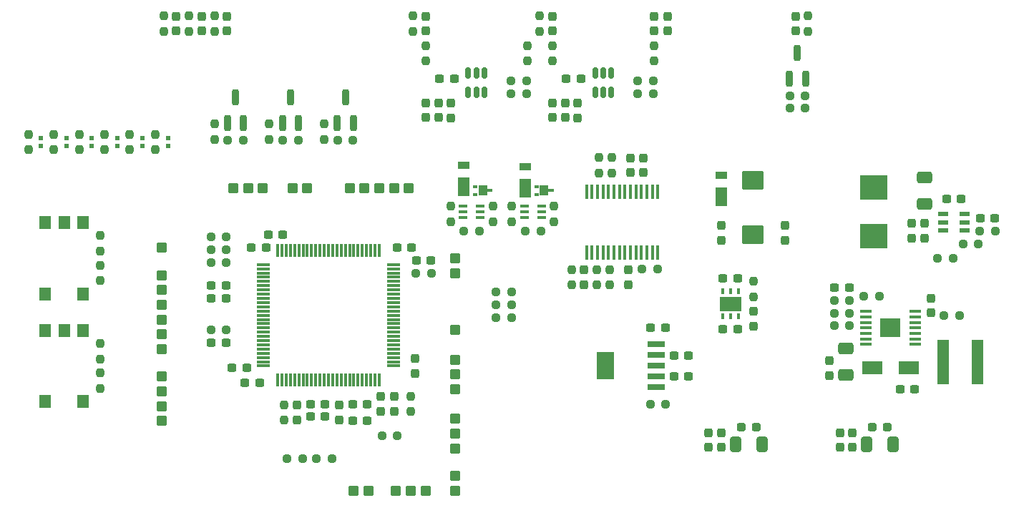
<source format=gtp>
G04 #@! TF.GenerationSoftware,KiCad,Pcbnew,8.0.4*
G04 #@! TF.CreationDate,2024-08-23T16:04:33+02:00*
G04 #@! TF.ProjectId,MCU Powerboard,4d435520-506f-4776-9572-626f6172642e,rev?*
G04 #@! TF.SameCoordinates,Original*
G04 #@! TF.FileFunction,Paste,Top*
G04 #@! TF.FilePolarity,Positive*
%FSLAX46Y46*%
G04 Gerber Fmt 4.6, Leading zero omitted, Abs format (unit mm)*
G04 Created by KiCad (PCBNEW 8.0.4) date 2024-08-23 16:04:33*
%MOMM*%
%LPD*%
G01*
G04 APERTURE LIST*
G04 Aperture macros list*
%AMRoundRect*
0 Rectangle with rounded corners*
0 $1 Rounding radius*
0 $2 $3 $4 $5 $6 $7 $8 $9 X,Y pos of 4 corners*
0 Add a 4 corners polygon primitive as box body*
4,1,4,$2,$3,$4,$5,$6,$7,$8,$9,$2,$3,0*
0 Add four circle primitives for the rounded corners*
1,1,$1+$1,$2,$3*
1,1,$1+$1,$4,$5*
1,1,$1+$1,$6,$7*
1,1,$1+$1,$8,$9*
0 Add four rect primitives between the rounded corners*
20,1,$1+$1,$2,$3,$4,$5,0*
20,1,$1+$1,$4,$5,$6,$7,0*
20,1,$1+$1,$6,$7,$8,$9,0*
20,1,$1+$1,$8,$9,$2,$3,0*%
G04 Aperture macros list end*
%ADD10RoundRect,0.237500X0.300000X0.237500X-0.300000X0.237500X-0.300000X-0.237500X0.300000X-0.237500X0*%
%ADD11R,1.395000X1.600000*%
%ADD12R,1.400000X1.600000*%
%ADD13RoundRect,0.237500X-0.237500X0.250000X-0.237500X-0.250000X0.237500X-0.250000X0.237500X0.250000X0*%
%ADD14RoundRect,0.237500X0.237500X-0.287500X0.237500X0.287500X-0.237500X0.287500X-0.237500X-0.287500X0*%
%ADD15RoundRect,0.250000X-0.650000X0.412500X-0.650000X-0.412500X0.650000X-0.412500X0.650000X0.412500X0*%
%ADD16RoundRect,0.237500X-0.237500X0.300000X-0.237500X-0.300000X0.237500X-0.300000X0.237500X0.300000X0*%
%ADD17RoundRect,0.237500X0.237500X-0.250000X0.237500X0.250000X-0.237500X0.250000X-0.237500X-0.250000X0*%
%ADD18R,0.500000X0.310000*%
%ADD19R,0.650000X0.310000*%
%ADD20R,1.000000X1.300000*%
%ADD21RoundRect,0.237500X0.250000X0.237500X-0.250000X0.237500X-0.250000X-0.237500X0.250000X-0.237500X0*%
%ADD22RoundRect,0.237500X-0.250000X-0.237500X0.250000X-0.237500X0.250000X0.237500X-0.250000X0.237500X0*%
%ADD23RoundRect,0.312500X-0.312500X0.312500X-0.312500X-0.312500X0.312500X-0.312500X0.312500X0.312500X0*%
%ADD24RoundRect,0.312500X0.312500X0.312500X-0.312500X0.312500X-0.312500X-0.312500X0.312500X-0.312500X0*%
%ADD25RoundRect,0.150000X-0.150000X0.512500X-0.150000X-0.512500X0.150000X-0.512500X0.150000X0.512500X0*%
%ADD26RoundRect,0.312500X0.312500X-0.312500X0.312500X0.312500X-0.312500X0.312500X-0.312500X-0.312500X0*%
%ADD27R,1.400000X2.200000*%
%ADD28R,1.400000X0.900000*%
%ADD29R,1.000000X0.400000*%
%ADD30RoundRect,0.312500X-0.312500X-0.312500X0.312500X-0.312500X0.312500X0.312500X-0.312500X0.312500X0*%
%ADD31RoundRect,0.237500X-0.300000X-0.237500X0.300000X-0.237500X0.300000X0.237500X-0.300000X0.237500X0*%
%ADD32RoundRect,0.237500X-0.237500X0.287500X-0.237500X-0.287500X0.237500X-0.287500X0.237500X0.287500X0*%
%ADD33R,0.500000X0.550000*%
%ADD34R,1.250000X0.600000*%
%ADD35RoundRect,0.250000X0.412500X0.650000X-0.412500X0.650000X-0.412500X-0.650000X0.412500X-0.650000X0*%
%ADD36R,3.200000X2.850000*%
%ADD37RoundRect,0.250000X1.025000X-0.875000X1.025000X0.875000X-1.025000X0.875000X-1.025000X-0.875000X0*%
%ADD38R,1.475000X0.450000*%
%ADD39R,2.460000X2.310000*%
%ADD40RoundRect,0.200000X0.200000X-0.750000X0.200000X0.750000X-0.200000X0.750000X-0.200000X-0.750000X0*%
%ADD41RoundRect,0.237500X-0.287500X-0.237500X0.287500X-0.237500X0.287500X0.237500X-0.287500X0.237500X0*%
%ADD42R,2.000000X0.650000*%
%ADD43R,2.000000X3.200000*%
%ADD44RoundRect,0.237500X0.237500X-0.300000X0.237500X0.300000X-0.237500X0.300000X-0.237500X-0.300000X0*%
%ADD45RoundRect,0.075000X0.075000X-0.725000X0.075000X0.725000X-0.075000X0.725000X-0.075000X-0.725000X0*%
%ADD46RoundRect,0.075000X0.725000X-0.075000X0.725000X0.075000X-0.725000X0.075000X-0.725000X-0.075000X0*%
%ADD47R,1.430000X5.330000*%
%ADD48R,2.350000X1.550000*%
%ADD49R,0.450000X1.750000*%
%ADD50R,0.400000X0.800000*%
%ADD51R,2.500000X1.750000*%
G04 APERTURE END LIST*
D10*
X209862500Y-90750000D03*
X208137500Y-90750000D03*
D11*
X97502000Y-99705000D03*
X97502000Y-91295000D03*
X101998000Y-99705000D03*
X101998000Y-91295000D03*
D12*
X99750000Y-91295000D03*
D13*
X164500000Y-83587500D03*
X164500000Y-85412500D03*
D10*
X122862500Y-110250000D03*
X121137500Y-110250000D03*
D14*
X116000000Y-68625000D03*
X116000000Y-66875000D03*
D15*
X192250000Y-106187500D03*
X192250000Y-109312500D03*
D16*
X137223000Y-111887500D03*
X137223000Y-113612500D03*
D17*
X95500000Y-82662500D03*
X95500000Y-80837500D03*
D18*
X155600000Y-87000000D03*
X155600000Y-88000000D03*
D19*
X157325000Y-87500000D03*
D20*
X156500000Y-87500000D03*
D21*
X156106250Y-92250000D03*
X154281250Y-92250000D03*
D16*
X176000000Y-116137500D03*
X176000000Y-117862500D03*
D22*
X203087500Y-95500000D03*
X204912500Y-95500000D03*
D23*
X146000000Y-95500000D03*
D13*
X181293750Y-98243750D03*
X181293750Y-100068750D03*
D24*
X123250000Y-87250000D03*
D25*
X164450000Y-73612500D03*
X163500000Y-73612500D03*
X162550000Y-73612500D03*
X162550000Y-75887500D03*
X163500000Y-75887500D03*
X164450000Y-75887500D03*
D22*
X167587500Y-74500000D03*
X169412500Y-74500000D03*
D23*
X111250000Y-97500000D03*
D13*
X169500000Y-70337500D03*
X169500000Y-72162500D03*
D16*
X142500000Y-77137500D03*
X142500000Y-78862500D03*
D26*
X146000000Y-104000000D03*
D14*
X177500000Y-93375000D03*
X177500000Y-91625000D03*
D13*
X140750000Y-111837500D03*
X140750000Y-113662500D03*
D18*
X148350000Y-87000000D03*
X148350000Y-88000000D03*
D19*
X150075000Y-87500000D03*
D20*
X149250000Y-87500000D03*
D26*
X111250000Y-99250000D03*
D27*
X154250000Y-87200000D03*
D28*
X154250000Y-84650000D03*
D21*
X118912500Y-94480000D03*
X117087500Y-94480000D03*
D22*
X190837500Y-103500000D03*
X192662500Y-103500000D03*
D14*
X113000000Y-68625000D03*
X113000000Y-66875000D03*
D29*
X154193750Y-89350000D03*
X154193750Y-90000000D03*
X154193750Y-90650000D03*
X156193750Y-90650000D03*
X156193750Y-90000000D03*
X156193750Y-89350000D03*
D14*
X119000000Y-68625000D03*
X119000000Y-66875000D03*
D10*
X118862500Y-105500000D03*
X117137500Y-105500000D03*
D30*
X128500000Y-87250000D03*
D26*
X146000000Y-116250000D03*
D10*
X173612500Y-107000000D03*
X171887500Y-107000000D03*
D13*
X154500000Y-70337500D03*
X154500000Y-72162500D03*
D17*
X117500000Y-68662500D03*
X117500000Y-66837500D03*
D31*
X169137500Y-103750000D03*
X170862500Y-103750000D03*
D32*
X142520000Y-66875000D03*
X142520000Y-68625000D03*
D33*
X112000000Y-81275000D03*
X112000000Y-82225000D03*
D34*
X203750000Y-90300000D03*
X203750000Y-91250000D03*
X203750000Y-92200000D03*
X206250000Y-92200000D03*
X206250000Y-91250000D03*
X206250000Y-90300000D03*
D23*
X146000000Y-114500000D03*
D26*
X111250000Y-111250000D03*
D31*
X190887500Y-99000000D03*
X192612500Y-99000000D03*
D16*
X193000000Y-116137500D03*
X193000000Y-117862500D03*
X185000000Y-91637500D03*
X185000000Y-93362500D03*
D17*
X110500000Y-82662500D03*
X110500000Y-80837500D03*
D35*
X182312500Y-117500000D03*
X179187500Y-117500000D03*
D26*
X111250000Y-106250000D03*
D16*
X161250000Y-96887500D03*
X161250000Y-98612500D03*
D26*
X146000000Y-121250000D03*
D16*
X201500000Y-91387500D03*
X201500000Y-93112500D03*
D10*
X123612500Y-94250000D03*
X121887500Y-94250000D03*
D17*
X157693750Y-91162500D03*
X157693750Y-89337500D03*
X114500000Y-68662500D03*
X114500000Y-66837500D03*
D30*
X138750000Y-87250000D03*
D17*
X164250000Y-98662500D03*
X164250000Y-96837500D03*
D23*
X146000000Y-123000000D03*
D33*
X109000000Y-81275000D03*
X109000000Y-82225000D03*
D30*
X135250000Y-87250000D03*
D36*
X195500000Y-92850000D03*
X195500000Y-87150000D03*
D11*
X97501000Y-112455000D03*
X97501000Y-104045000D03*
X101997000Y-112455000D03*
X101997000Y-104045000D03*
D12*
X99749000Y-104045000D03*
D22*
X190837500Y-100500000D03*
X192662500Y-100500000D03*
D10*
X118862500Y-98750000D03*
X117137500Y-98750000D03*
D21*
X131412500Y-119250000D03*
X129587500Y-119250000D03*
D16*
X202274000Y-100224500D03*
X202274000Y-101949500D03*
D22*
X194337500Y-100000000D03*
X196162500Y-100000000D03*
D35*
X197812500Y-117500000D03*
X194687500Y-117500000D03*
D24*
X139000000Y-123000000D03*
D37*
X181250000Y-92700000D03*
X181250000Y-86300000D03*
D30*
X140750000Y-123000000D03*
D24*
X126750000Y-87250000D03*
D22*
X203837500Y-102250000D03*
X205662500Y-102250000D03*
D26*
X111250000Y-102750000D03*
D38*
X200438000Y-105700000D03*
X200438000Y-105050000D03*
X200438000Y-104400000D03*
X200438000Y-103750000D03*
X200438000Y-103100000D03*
X200438000Y-102450000D03*
X200438000Y-101800000D03*
X194562000Y-101800000D03*
X194562000Y-102450000D03*
X194562000Y-103100000D03*
X194562000Y-103750000D03*
X194562000Y-104400000D03*
X194562000Y-105050000D03*
X194562000Y-105700000D03*
D39*
X197500000Y-103750000D03*
D17*
X101500000Y-82662500D03*
X101500000Y-80837500D03*
D14*
X145500000Y-78875000D03*
X145500000Y-77125000D03*
D40*
X132050000Y-79500000D03*
X133950000Y-79500000D03*
X133000000Y-76500000D03*
D30*
X121500000Y-87250000D03*
D16*
X191500000Y-116137500D03*
X191500000Y-117862500D03*
D33*
X106000000Y-81275000D03*
X106000000Y-82225000D03*
D21*
X154412500Y-76000000D03*
X152587500Y-76000000D03*
D41*
X195375000Y-115500000D03*
X197125000Y-115500000D03*
D15*
X201500000Y-85937500D03*
X201500000Y-89062500D03*
D22*
X208087500Y-92250000D03*
X209912500Y-92250000D03*
D17*
X159750000Y-98662500D03*
X159750000Y-96837500D03*
D33*
X103000000Y-81275000D03*
X103000000Y-82225000D03*
D13*
X124000000Y-79587500D03*
X124000000Y-81412500D03*
D10*
X118862500Y-100250000D03*
X117137500Y-100250000D03*
X125612500Y-92750000D03*
X123887500Y-92750000D03*
D29*
X146943750Y-89350000D03*
X146943750Y-90000000D03*
X146943750Y-90650000D03*
X148943750Y-90650000D03*
X148943750Y-90000000D03*
X148943750Y-89350000D03*
D23*
X111250000Y-109500000D03*
D21*
X152662500Y-102500000D03*
X150837500Y-102500000D03*
D14*
X186250000Y-68625000D03*
X186250000Y-66875000D03*
X169500000Y-68625000D03*
X169500000Y-66875000D03*
D42*
X169750000Y-110790000D03*
X169750000Y-109520000D03*
X169750000Y-108250000D03*
X169750000Y-106980000D03*
X169750000Y-105710000D03*
D43*
X163750000Y-108250000D03*
D33*
X100000000Y-81275000D03*
X100000000Y-82225000D03*
D21*
X118912500Y-93000000D03*
X117087500Y-93000000D03*
D24*
X133500000Y-87250000D03*
X134000000Y-123000000D03*
D31*
X144137500Y-74250000D03*
X145862500Y-74250000D03*
D17*
X103999000Y-107412500D03*
X103999000Y-105587500D03*
D26*
X146000000Y-97250000D03*
D22*
X137337500Y-116500000D03*
X139162500Y-116500000D03*
D17*
X111500000Y-68662500D03*
X111500000Y-66837500D03*
D24*
X119750000Y-87250000D03*
D22*
X185587500Y-76250000D03*
X187412500Y-76250000D03*
D10*
X130612500Y-114250000D03*
X128887500Y-114250000D03*
D23*
X111250000Y-104500000D03*
D16*
X138777000Y-111887500D03*
X138777000Y-113612500D03*
D22*
X132087500Y-81500000D03*
X133912500Y-81500000D03*
D33*
X97000000Y-81275000D03*
X97000000Y-82225000D03*
D25*
X149450000Y-73612500D03*
X148500000Y-73612500D03*
X147550000Y-73612500D03*
X147550000Y-75887500D03*
X148500000Y-75887500D03*
X149450000Y-75887500D03*
D13*
X130500000Y-79587500D03*
X130500000Y-81412500D03*
D40*
X185550000Y-74250000D03*
X187450000Y-74250000D03*
X186500000Y-71250000D03*
D23*
X111250000Y-101000000D03*
D13*
X163000000Y-83587500D03*
X163000000Y-85412500D03*
D10*
X179406250Y-103906250D03*
X177681250Y-103906250D03*
D22*
X152587500Y-74500000D03*
X154412500Y-74500000D03*
D16*
X127250000Y-112887500D03*
X127250000Y-114612500D03*
D13*
X125750000Y-112837500D03*
X125750000Y-114662500D03*
D22*
X125587500Y-81500000D03*
X127412500Y-81500000D03*
D44*
X166500000Y-98612500D03*
X166500000Y-96887500D03*
D31*
X139137500Y-94250000D03*
X140862500Y-94250000D03*
D13*
X104000000Y-96337500D03*
X104000000Y-98162500D03*
D22*
X185587500Y-77750000D03*
X187412500Y-77750000D03*
D10*
X121314500Y-108500000D03*
X119589500Y-108500000D03*
D21*
X118912500Y-104000000D03*
X117087500Y-104000000D03*
D10*
X179406250Y-97906250D03*
X177681250Y-97906250D03*
D26*
X111250000Y-94250000D03*
D21*
X148856250Y-92250000D03*
X147031250Y-92250000D03*
D40*
X119050000Y-79500000D03*
X120950000Y-79500000D03*
X120000000Y-76500000D03*
D10*
X135612500Y-112750000D03*
X133887500Y-112750000D03*
D24*
X137000000Y-87250000D03*
D14*
X171100000Y-68625000D03*
X171100000Y-66875000D03*
D17*
X98500000Y-82662500D03*
X98500000Y-80837500D03*
D24*
X140500000Y-87250000D03*
D17*
X141000000Y-68662500D03*
X141000000Y-66837500D03*
D22*
X141337500Y-97250000D03*
X143162500Y-97250000D03*
D13*
X145443750Y-89337500D03*
X145443750Y-91162500D03*
D27*
X177500000Y-88200000D03*
D28*
X177500000Y-85650000D03*
D45*
X125000000Y-109925000D03*
X125500000Y-109925000D03*
X126000000Y-109925000D03*
X126500000Y-109925000D03*
X127000000Y-109925000D03*
X127500000Y-109925000D03*
X128000000Y-109925000D03*
X128500000Y-109925000D03*
X129000000Y-109925000D03*
X129500000Y-109925000D03*
X130000000Y-109925000D03*
X130500000Y-109925000D03*
X131000000Y-109925000D03*
X131500000Y-109925000D03*
X132000000Y-109925000D03*
X132500000Y-109925000D03*
X133000000Y-109925000D03*
X133500000Y-109925000D03*
X134000000Y-109925000D03*
X134500000Y-109925000D03*
X135000000Y-109925000D03*
X135500000Y-109925000D03*
X136000000Y-109925000D03*
X136500000Y-109925000D03*
X137000000Y-109925000D03*
D46*
X138675000Y-108250000D03*
X138675000Y-107750000D03*
X138675000Y-107250000D03*
X138675000Y-106750000D03*
X138675000Y-106250000D03*
X138675000Y-105750000D03*
X138675000Y-105250000D03*
X138675000Y-104750000D03*
X138675000Y-104250000D03*
X138675000Y-103750000D03*
X138675000Y-103250000D03*
X138675000Y-102750000D03*
X138675000Y-102250000D03*
X138675000Y-101750000D03*
X138675000Y-101250000D03*
X138675000Y-100750000D03*
X138675000Y-100250000D03*
X138675000Y-99750000D03*
X138675000Y-99250000D03*
X138675000Y-98750000D03*
X138675000Y-98250000D03*
X138675000Y-97750000D03*
X138675000Y-97250000D03*
X138675000Y-96750000D03*
X138675000Y-96250000D03*
D45*
X137000000Y-94575000D03*
X136500000Y-94575000D03*
X136000000Y-94575000D03*
X135500000Y-94575000D03*
X135000000Y-94575000D03*
X134500000Y-94575000D03*
X134000000Y-94575000D03*
X133500000Y-94575000D03*
X133000000Y-94575000D03*
X132500000Y-94575000D03*
X132000000Y-94575000D03*
X131500000Y-94575000D03*
X131000000Y-94575000D03*
X130500000Y-94575000D03*
X130000000Y-94575000D03*
X129500000Y-94575000D03*
X129000000Y-94575000D03*
X128500000Y-94575000D03*
X128000000Y-94575000D03*
X127500000Y-94575000D03*
X127000000Y-94575000D03*
X126500000Y-94575000D03*
X126000000Y-94575000D03*
X125500000Y-94575000D03*
X125000000Y-94575000D03*
D46*
X123325000Y-96250000D03*
X123325000Y-96750000D03*
X123325000Y-97250000D03*
X123325000Y-97750000D03*
X123325000Y-98250000D03*
X123325000Y-98750000D03*
X123325000Y-99250000D03*
X123325000Y-99750000D03*
X123325000Y-100250000D03*
X123325000Y-100750000D03*
X123325000Y-101250000D03*
X123325000Y-101750000D03*
X123325000Y-102250000D03*
X123325000Y-102750000D03*
X123325000Y-103250000D03*
X123325000Y-103750000D03*
X123325000Y-104250000D03*
X123325000Y-104750000D03*
X123325000Y-105250000D03*
X123325000Y-105750000D03*
X123325000Y-106250000D03*
X123325000Y-106750000D03*
X123325000Y-107250000D03*
X123325000Y-107750000D03*
X123325000Y-108250000D03*
D47*
X207770000Y-107750000D03*
X203730000Y-107750000D03*
D17*
X156000000Y-68662500D03*
X156000000Y-66837500D03*
D40*
X125550000Y-79500000D03*
X127450000Y-79500000D03*
X126500000Y-76500000D03*
D26*
X146000000Y-109250000D03*
D31*
X141387500Y-95750000D03*
X143112500Y-95750000D03*
D16*
X159000000Y-77137500D03*
X159000000Y-78862500D03*
D13*
X152693750Y-89337500D03*
X152693750Y-91162500D03*
D16*
X200000000Y-91387500D03*
X200000000Y-93112500D03*
D17*
X157500000Y-72162500D03*
X157500000Y-70337500D03*
D24*
X142500000Y-123000000D03*
D16*
X144000000Y-77137500D03*
X144000000Y-78862500D03*
D26*
X111272000Y-114750000D03*
D16*
X166750000Y-83637500D03*
X166750000Y-85362500D03*
D10*
X135612500Y-114750000D03*
X133887500Y-114750000D03*
D16*
X177500000Y-116137500D03*
X177500000Y-117862500D03*
X181293750Y-101793750D03*
X181293750Y-103518750D03*
D22*
X119087500Y-81500000D03*
X120912500Y-81500000D03*
D10*
X130612500Y-112750000D03*
X128887500Y-112750000D03*
D31*
X204137500Y-88500000D03*
X205862500Y-88500000D03*
D17*
X187750000Y-68662500D03*
X187750000Y-66837500D03*
D31*
X159137500Y-74250000D03*
X160862500Y-74250000D03*
D17*
X104500000Y-82662500D03*
X104500000Y-80837500D03*
X107500000Y-82662500D03*
X107500000Y-80837500D03*
D31*
X198637500Y-111000000D03*
X200362500Y-111000000D03*
D23*
X146000000Y-107500000D03*
D21*
X152662500Y-100990000D03*
X150837500Y-100990000D03*
D27*
X147000000Y-87050000D03*
D28*
X147000000Y-84500000D03*
D16*
X141250000Y-107387500D03*
X141250000Y-109112500D03*
D17*
X142500000Y-72162500D03*
X142500000Y-70337500D03*
D22*
X206087500Y-93800000D03*
X207912500Y-93800000D03*
D23*
X111272000Y-113000000D03*
D16*
X190250000Y-107637500D03*
X190250000Y-109362500D03*
D32*
X157520000Y-66875000D03*
X157520000Y-68625000D03*
D16*
X132250000Y-112887500D03*
X132250000Y-114612500D03*
D17*
X150443750Y-91162500D03*
X150443750Y-89337500D03*
D13*
X103999000Y-109087500D03*
X103999000Y-110912500D03*
X117500000Y-79587500D03*
X117500000Y-81412500D03*
D30*
X135750000Y-123000000D03*
D16*
X157500000Y-77137500D03*
X157500000Y-78862500D03*
D23*
X146000000Y-111000000D03*
D21*
X152662500Y-99500000D03*
X150837500Y-99500000D03*
D48*
X195350000Y-108500000D03*
X199650000Y-108500000D03*
D44*
X168250000Y-85362500D03*
X168250000Y-83637500D03*
D17*
X162750000Y-98662500D03*
X162750000Y-96837500D03*
D22*
X169087500Y-112750000D03*
X170912500Y-112750000D03*
D49*
X161525000Y-94850000D03*
X162175000Y-94850000D03*
X162825000Y-94850000D03*
X163475000Y-94850000D03*
X164125000Y-94850000D03*
X164775000Y-94850000D03*
X165425000Y-94850000D03*
X166075000Y-94850000D03*
X166725000Y-94850000D03*
X167375000Y-94850000D03*
X168025000Y-94850000D03*
X168675000Y-94850000D03*
X169325000Y-94850000D03*
X169975000Y-94850000D03*
X169975000Y-87650000D03*
X169325000Y-87650000D03*
X168675000Y-87650000D03*
X168025000Y-87650000D03*
X167375000Y-87650000D03*
X166725000Y-87650000D03*
X166075000Y-87650000D03*
X165425000Y-87650000D03*
X164775000Y-87650000D03*
X164125000Y-87650000D03*
X163475000Y-87650000D03*
X162825000Y-87650000D03*
X162175000Y-87650000D03*
X161525000Y-87650000D03*
D31*
X171887500Y-109500000D03*
X173612500Y-109500000D03*
D17*
X104000000Y-94662500D03*
X104000000Y-92837500D03*
D21*
X127912500Y-119250000D03*
X126087500Y-119250000D03*
X192662500Y-102000000D03*
X190837500Y-102000000D03*
D14*
X160500000Y-78875000D03*
X160500000Y-77125000D03*
D21*
X169912500Y-96750000D03*
X168087500Y-96750000D03*
D50*
X179550000Y-99400000D03*
X178600000Y-99400000D03*
X177650000Y-99400000D03*
X177650000Y-102400000D03*
X178600000Y-102400000D03*
X179550000Y-102400000D03*
D51*
X178600000Y-100900000D03*
D21*
X169412500Y-76000000D03*
X167587500Y-76000000D03*
D41*
X179875000Y-115500000D03*
X181625000Y-115500000D03*
D23*
X146000000Y-118000000D03*
D21*
X118912500Y-96000000D03*
X117087500Y-96000000D03*
M02*

</source>
